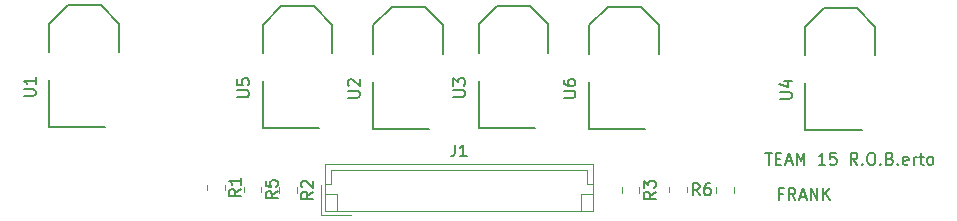
<source format=gbr>
%TF.GenerationSoftware,KiCad,Pcbnew,7.0.5*%
%TF.CreationDate,2023-07-20T19:52:18-07:00*%
%TF.ProjectId,tape sensor smd,74617065-2073-4656-9e73-6f7220736d64,rev?*%
%TF.SameCoordinates,Original*%
%TF.FileFunction,Legend,Top*%
%TF.FilePolarity,Positive*%
%FSLAX46Y46*%
G04 Gerber Fmt 4.6, Leading zero omitted, Abs format (unit mm)*
G04 Created by KiCad (PCBNEW 7.0.5) date 2023-07-20 19:52:18*
%MOMM*%
%LPD*%
G01*
G04 APERTURE LIST*
%ADD10C,0.150000*%
%ADD11C,0.120000*%
%ADD12C,0.127000*%
G04 APERTURE END LIST*
D10*
X210670112Y-113346009D02*
X210336779Y-113346009D01*
X210336779Y-113869819D02*
X210336779Y-112869819D01*
X210336779Y-112869819D02*
X210812969Y-112869819D01*
X211765350Y-113869819D02*
X211432017Y-113393628D01*
X211193922Y-113869819D02*
X211193922Y-112869819D01*
X211193922Y-112869819D02*
X211574874Y-112869819D01*
X211574874Y-112869819D02*
X211670112Y-112917438D01*
X211670112Y-112917438D02*
X211717731Y-112965057D01*
X211717731Y-112965057D02*
X211765350Y-113060295D01*
X211765350Y-113060295D02*
X211765350Y-113203152D01*
X211765350Y-113203152D02*
X211717731Y-113298390D01*
X211717731Y-113298390D02*
X211670112Y-113346009D01*
X211670112Y-113346009D02*
X211574874Y-113393628D01*
X211574874Y-113393628D02*
X211193922Y-113393628D01*
X212146303Y-113584104D02*
X212622493Y-113584104D01*
X212051065Y-113869819D02*
X212384398Y-112869819D01*
X212384398Y-112869819D02*
X212717731Y-113869819D01*
X213051065Y-113869819D02*
X213051065Y-112869819D01*
X213051065Y-112869819D02*
X213622493Y-113869819D01*
X213622493Y-113869819D02*
X213622493Y-112869819D01*
X214098684Y-113869819D02*
X214098684Y-112869819D01*
X214670112Y-113869819D02*
X214241541Y-113298390D01*
X214670112Y-112869819D02*
X214098684Y-113441247D01*
X209193922Y-109869819D02*
X209765350Y-109869819D01*
X209479636Y-110869819D02*
X209479636Y-109869819D01*
X210098684Y-110346009D02*
X210432017Y-110346009D01*
X210574874Y-110869819D02*
X210098684Y-110869819D01*
X210098684Y-110869819D02*
X210098684Y-109869819D01*
X210098684Y-109869819D02*
X210574874Y-109869819D01*
X210955827Y-110584104D02*
X211432017Y-110584104D01*
X210860589Y-110869819D02*
X211193922Y-109869819D01*
X211193922Y-109869819D02*
X211527255Y-110869819D01*
X211860589Y-110869819D02*
X211860589Y-109869819D01*
X211860589Y-109869819D02*
X212193922Y-110584104D01*
X212193922Y-110584104D02*
X212527255Y-109869819D01*
X212527255Y-109869819D02*
X212527255Y-110869819D01*
X214289160Y-110869819D02*
X213717732Y-110869819D01*
X214003446Y-110869819D02*
X214003446Y-109869819D01*
X214003446Y-109869819D02*
X213908208Y-110012676D01*
X213908208Y-110012676D02*
X213812970Y-110107914D01*
X213812970Y-110107914D02*
X213717732Y-110155533D01*
X215193922Y-109869819D02*
X214717732Y-109869819D01*
X214717732Y-109869819D02*
X214670113Y-110346009D01*
X214670113Y-110346009D02*
X214717732Y-110298390D01*
X214717732Y-110298390D02*
X214812970Y-110250771D01*
X214812970Y-110250771D02*
X215051065Y-110250771D01*
X215051065Y-110250771D02*
X215146303Y-110298390D01*
X215146303Y-110298390D02*
X215193922Y-110346009D01*
X215193922Y-110346009D02*
X215241541Y-110441247D01*
X215241541Y-110441247D02*
X215241541Y-110679342D01*
X215241541Y-110679342D02*
X215193922Y-110774580D01*
X215193922Y-110774580D02*
X215146303Y-110822200D01*
X215146303Y-110822200D02*
X215051065Y-110869819D01*
X215051065Y-110869819D02*
X214812970Y-110869819D01*
X214812970Y-110869819D02*
X214717732Y-110822200D01*
X214717732Y-110822200D02*
X214670113Y-110774580D01*
X217003446Y-110869819D02*
X216670113Y-110393628D01*
X216432018Y-110869819D02*
X216432018Y-109869819D01*
X216432018Y-109869819D02*
X216812970Y-109869819D01*
X216812970Y-109869819D02*
X216908208Y-109917438D01*
X216908208Y-109917438D02*
X216955827Y-109965057D01*
X216955827Y-109965057D02*
X217003446Y-110060295D01*
X217003446Y-110060295D02*
X217003446Y-110203152D01*
X217003446Y-110203152D02*
X216955827Y-110298390D01*
X216955827Y-110298390D02*
X216908208Y-110346009D01*
X216908208Y-110346009D02*
X216812970Y-110393628D01*
X216812970Y-110393628D02*
X216432018Y-110393628D01*
X217432018Y-110774580D02*
X217479637Y-110822200D01*
X217479637Y-110822200D02*
X217432018Y-110869819D01*
X217432018Y-110869819D02*
X217384399Y-110822200D01*
X217384399Y-110822200D02*
X217432018Y-110774580D01*
X217432018Y-110774580D02*
X217432018Y-110869819D01*
X218098684Y-109869819D02*
X218289160Y-109869819D01*
X218289160Y-109869819D02*
X218384398Y-109917438D01*
X218384398Y-109917438D02*
X218479636Y-110012676D01*
X218479636Y-110012676D02*
X218527255Y-110203152D01*
X218527255Y-110203152D02*
X218527255Y-110536485D01*
X218527255Y-110536485D02*
X218479636Y-110726961D01*
X218479636Y-110726961D02*
X218384398Y-110822200D01*
X218384398Y-110822200D02*
X218289160Y-110869819D01*
X218289160Y-110869819D02*
X218098684Y-110869819D01*
X218098684Y-110869819D02*
X218003446Y-110822200D01*
X218003446Y-110822200D02*
X217908208Y-110726961D01*
X217908208Y-110726961D02*
X217860589Y-110536485D01*
X217860589Y-110536485D02*
X217860589Y-110203152D01*
X217860589Y-110203152D02*
X217908208Y-110012676D01*
X217908208Y-110012676D02*
X218003446Y-109917438D01*
X218003446Y-109917438D02*
X218098684Y-109869819D01*
X218955827Y-110774580D02*
X219003446Y-110822200D01*
X219003446Y-110822200D02*
X218955827Y-110869819D01*
X218955827Y-110869819D02*
X218908208Y-110822200D01*
X218908208Y-110822200D02*
X218955827Y-110774580D01*
X218955827Y-110774580D02*
X218955827Y-110869819D01*
X219765350Y-110346009D02*
X219908207Y-110393628D01*
X219908207Y-110393628D02*
X219955826Y-110441247D01*
X219955826Y-110441247D02*
X220003445Y-110536485D01*
X220003445Y-110536485D02*
X220003445Y-110679342D01*
X220003445Y-110679342D02*
X219955826Y-110774580D01*
X219955826Y-110774580D02*
X219908207Y-110822200D01*
X219908207Y-110822200D02*
X219812969Y-110869819D01*
X219812969Y-110869819D02*
X219432017Y-110869819D01*
X219432017Y-110869819D02*
X219432017Y-109869819D01*
X219432017Y-109869819D02*
X219765350Y-109869819D01*
X219765350Y-109869819D02*
X219860588Y-109917438D01*
X219860588Y-109917438D02*
X219908207Y-109965057D01*
X219908207Y-109965057D02*
X219955826Y-110060295D01*
X219955826Y-110060295D02*
X219955826Y-110155533D01*
X219955826Y-110155533D02*
X219908207Y-110250771D01*
X219908207Y-110250771D02*
X219860588Y-110298390D01*
X219860588Y-110298390D02*
X219765350Y-110346009D01*
X219765350Y-110346009D02*
X219432017Y-110346009D01*
X220432017Y-110774580D02*
X220479636Y-110822200D01*
X220479636Y-110822200D02*
X220432017Y-110869819D01*
X220432017Y-110869819D02*
X220384398Y-110822200D01*
X220384398Y-110822200D02*
X220432017Y-110774580D01*
X220432017Y-110774580D02*
X220432017Y-110869819D01*
X221289159Y-110822200D02*
X221193921Y-110869819D01*
X221193921Y-110869819D02*
X221003445Y-110869819D01*
X221003445Y-110869819D02*
X220908207Y-110822200D01*
X220908207Y-110822200D02*
X220860588Y-110726961D01*
X220860588Y-110726961D02*
X220860588Y-110346009D01*
X220860588Y-110346009D02*
X220908207Y-110250771D01*
X220908207Y-110250771D02*
X221003445Y-110203152D01*
X221003445Y-110203152D02*
X221193921Y-110203152D01*
X221193921Y-110203152D02*
X221289159Y-110250771D01*
X221289159Y-110250771D02*
X221336778Y-110346009D01*
X221336778Y-110346009D02*
X221336778Y-110441247D01*
X221336778Y-110441247D02*
X220860588Y-110536485D01*
X221765350Y-110869819D02*
X221765350Y-110203152D01*
X221765350Y-110393628D02*
X221812969Y-110298390D01*
X221812969Y-110298390D02*
X221860588Y-110250771D01*
X221860588Y-110250771D02*
X221955826Y-110203152D01*
X221955826Y-110203152D02*
X222051064Y-110203152D01*
X222241541Y-110203152D02*
X222622493Y-110203152D01*
X222384398Y-109869819D02*
X222384398Y-110726961D01*
X222384398Y-110726961D02*
X222432017Y-110822200D01*
X222432017Y-110822200D02*
X222527255Y-110869819D01*
X222527255Y-110869819D02*
X222622493Y-110869819D01*
X223098684Y-110869819D02*
X223003446Y-110822200D01*
X223003446Y-110822200D02*
X222955827Y-110774580D01*
X222955827Y-110774580D02*
X222908208Y-110679342D01*
X222908208Y-110679342D02*
X222908208Y-110393628D01*
X222908208Y-110393628D02*
X222955827Y-110298390D01*
X222955827Y-110298390D02*
X223003446Y-110250771D01*
X223003446Y-110250771D02*
X223098684Y-110203152D01*
X223098684Y-110203152D02*
X223241541Y-110203152D01*
X223241541Y-110203152D02*
X223336779Y-110250771D01*
X223336779Y-110250771D02*
X223384398Y-110298390D01*
X223384398Y-110298390D02*
X223432017Y-110393628D01*
X223432017Y-110393628D02*
X223432017Y-110679342D01*
X223432017Y-110679342D02*
X223384398Y-110774580D01*
X223384398Y-110774580D02*
X223336779Y-110822200D01*
X223336779Y-110822200D02*
X223241541Y-110869819D01*
X223241541Y-110869819D02*
X223098684Y-110869819D01*
%TO.C,R6*%
X203643333Y-113454819D02*
X203310000Y-112978628D01*
X203071905Y-113454819D02*
X203071905Y-112454819D01*
X203071905Y-112454819D02*
X203452857Y-112454819D01*
X203452857Y-112454819D02*
X203548095Y-112502438D01*
X203548095Y-112502438D02*
X203595714Y-112550057D01*
X203595714Y-112550057D02*
X203643333Y-112645295D01*
X203643333Y-112645295D02*
X203643333Y-112788152D01*
X203643333Y-112788152D02*
X203595714Y-112883390D01*
X203595714Y-112883390D02*
X203548095Y-112931009D01*
X203548095Y-112931009D02*
X203452857Y-112978628D01*
X203452857Y-112978628D02*
X203071905Y-112978628D01*
X204500476Y-112454819D02*
X204310000Y-112454819D01*
X204310000Y-112454819D02*
X204214762Y-112502438D01*
X204214762Y-112502438D02*
X204167143Y-112550057D01*
X204167143Y-112550057D02*
X204071905Y-112692914D01*
X204071905Y-112692914D02*
X204024286Y-112883390D01*
X204024286Y-112883390D02*
X204024286Y-113264342D01*
X204024286Y-113264342D02*
X204071905Y-113359580D01*
X204071905Y-113359580D02*
X204119524Y-113407200D01*
X204119524Y-113407200D02*
X204214762Y-113454819D01*
X204214762Y-113454819D02*
X204405238Y-113454819D01*
X204405238Y-113454819D02*
X204500476Y-113407200D01*
X204500476Y-113407200D02*
X204548095Y-113359580D01*
X204548095Y-113359580D02*
X204595714Y-113264342D01*
X204595714Y-113264342D02*
X204595714Y-113026247D01*
X204595714Y-113026247D02*
X204548095Y-112931009D01*
X204548095Y-112931009D02*
X204500476Y-112883390D01*
X204500476Y-112883390D02*
X204405238Y-112835771D01*
X204405238Y-112835771D02*
X204214762Y-112835771D01*
X204214762Y-112835771D02*
X204119524Y-112883390D01*
X204119524Y-112883390D02*
X204071905Y-112931009D01*
X204071905Y-112931009D02*
X204024286Y-113026247D01*
%TO.C,R1*%
X164794819Y-112946666D02*
X164318628Y-113279999D01*
X164794819Y-113518094D02*
X163794819Y-113518094D01*
X163794819Y-113518094D02*
X163794819Y-113137142D01*
X163794819Y-113137142D02*
X163842438Y-113041904D01*
X163842438Y-113041904D02*
X163890057Y-112994285D01*
X163890057Y-112994285D02*
X163985295Y-112946666D01*
X163985295Y-112946666D02*
X164128152Y-112946666D01*
X164128152Y-112946666D02*
X164223390Y-112994285D01*
X164223390Y-112994285D02*
X164271009Y-113041904D01*
X164271009Y-113041904D02*
X164318628Y-113137142D01*
X164318628Y-113137142D02*
X164318628Y-113518094D01*
X164794819Y-111994285D02*
X164794819Y-112565713D01*
X164794819Y-112279999D02*
X163794819Y-112279999D01*
X163794819Y-112279999D02*
X163937676Y-112375237D01*
X163937676Y-112375237D02*
X164032914Y-112470475D01*
X164032914Y-112470475D02*
X164080533Y-112565713D01*
%TO.C,U5*%
X164487842Y-105148598D02*
X165300706Y-105148598D01*
X165300706Y-105148598D02*
X165396337Y-105100782D01*
X165396337Y-105100782D02*
X165444153Y-105052967D01*
X165444153Y-105052967D02*
X165491968Y-104957336D01*
X165491968Y-104957336D02*
X165491968Y-104766074D01*
X165491968Y-104766074D02*
X165444153Y-104670443D01*
X165444153Y-104670443D02*
X165396337Y-104622627D01*
X165396337Y-104622627D02*
X165300706Y-104574812D01*
X165300706Y-104574812D02*
X164487842Y-104574812D01*
X164487842Y-103618501D02*
X164487842Y-104096656D01*
X164487842Y-104096656D02*
X164965997Y-104144471D01*
X164965997Y-104144471D02*
X164918182Y-104096656D01*
X164918182Y-104096656D02*
X164870366Y-104001025D01*
X164870366Y-104001025D02*
X164870366Y-103761947D01*
X164870366Y-103761947D02*
X164918182Y-103666316D01*
X164918182Y-103666316D02*
X164965997Y-103618501D01*
X164965997Y-103618501D02*
X165061628Y-103570685D01*
X165061628Y-103570685D02*
X165300706Y-103570685D01*
X165300706Y-103570685D02*
X165396337Y-103618501D01*
X165396337Y-103618501D02*
X165444153Y-103666316D01*
X165444153Y-103666316D02*
X165491968Y-103761947D01*
X165491968Y-103761947D02*
X165491968Y-104001025D01*
X165491968Y-104001025D02*
X165444153Y-104096656D01*
X165444153Y-104096656D02*
X165396337Y-104144471D01*
%TO.C,R2*%
X170914819Y-113166666D02*
X170438628Y-113499999D01*
X170914819Y-113738094D02*
X169914819Y-113738094D01*
X169914819Y-113738094D02*
X169914819Y-113357142D01*
X169914819Y-113357142D02*
X169962438Y-113261904D01*
X169962438Y-113261904D02*
X170010057Y-113214285D01*
X170010057Y-113214285D02*
X170105295Y-113166666D01*
X170105295Y-113166666D02*
X170248152Y-113166666D01*
X170248152Y-113166666D02*
X170343390Y-113214285D01*
X170343390Y-113214285D02*
X170391009Y-113261904D01*
X170391009Y-113261904D02*
X170438628Y-113357142D01*
X170438628Y-113357142D02*
X170438628Y-113738094D01*
X170010057Y-112785713D02*
X169962438Y-112738094D01*
X169962438Y-112738094D02*
X169914819Y-112642856D01*
X169914819Y-112642856D02*
X169914819Y-112404761D01*
X169914819Y-112404761D02*
X169962438Y-112309523D01*
X169962438Y-112309523D02*
X170010057Y-112261904D01*
X170010057Y-112261904D02*
X170105295Y-112214285D01*
X170105295Y-112214285D02*
X170200533Y-112214285D01*
X170200533Y-112214285D02*
X170343390Y-112261904D01*
X170343390Y-112261904D02*
X170914819Y-112833332D01*
X170914819Y-112833332D02*
X170914819Y-112214285D01*
%TO.C,U2*%
X173847842Y-105198598D02*
X174660706Y-105198598D01*
X174660706Y-105198598D02*
X174756337Y-105150782D01*
X174756337Y-105150782D02*
X174804153Y-105102967D01*
X174804153Y-105102967D02*
X174851968Y-105007336D01*
X174851968Y-105007336D02*
X174851968Y-104816074D01*
X174851968Y-104816074D02*
X174804153Y-104720443D01*
X174804153Y-104720443D02*
X174756337Y-104672627D01*
X174756337Y-104672627D02*
X174660706Y-104624812D01*
X174660706Y-104624812D02*
X173847842Y-104624812D01*
X173943473Y-104194471D02*
X173895658Y-104146656D01*
X173895658Y-104146656D02*
X173847842Y-104051025D01*
X173847842Y-104051025D02*
X173847842Y-103811947D01*
X173847842Y-103811947D02*
X173895658Y-103716316D01*
X173895658Y-103716316D02*
X173943473Y-103668501D01*
X173943473Y-103668501D02*
X174039104Y-103620685D01*
X174039104Y-103620685D02*
X174134735Y-103620685D01*
X174134735Y-103620685D02*
X174278182Y-103668501D01*
X174278182Y-103668501D02*
X174851968Y-104242287D01*
X174851968Y-104242287D02*
X174851968Y-103620685D01*
%TO.C,U4*%
X210437842Y-105298598D02*
X211250706Y-105298598D01*
X211250706Y-105298598D02*
X211346337Y-105250782D01*
X211346337Y-105250782D02*
X211394153Y-105202967D01*
X211394153Y-105202967D02*
X211441968Y-105107336D01*
X211441968Y-105107336D02*
X211441968Y-104916074D01*
X211441968Y-104916074D02*
X211394153Y-104820443D01*
X211394153Y-104820443D02*
X211346337Y-104772627D01*
X211346337Y-104772627D02*
X211250706Y-104724812D01*
X211250706Y-104724812D02*
X210437842Y-104724812D01*
X210772551Y-103816316D02*
X211441968Y-103816316D01*
X210390027Y-104055394D02*
X211107259Y-104294471D01*
X211107259Y-104294471D02*
X211107259Y-103672870D01*
%TO.C,R3*%
X199914819Y-113166666D02*
X199438628Y-113499999D01*
X199914819Y-113738094D02*
X198914819Y-113738094D01*
X198914819Y-113738094D02*
X198914819Y-113357142D01*
X198914819Y-113357142D02*
X198962438Y-113261904D01*
X198962438Y-113261904D02*
X199010057Y-113214285D01*
X199010057Y-113214285D02*
X199105295Y-113166666D01*
X199105295Y-113166666D02*
X199248152Y-113166666D01*
X199248152Y-113166666D02*
X199343390Y-113214285D01*
X199343390Y-113214285D02*
X199391009Y-113261904D01*
X199391009Y-113261904D02*
X199438628Y-113357142D01*
X199438628Y-113357142D02*
X199438628Y-113738094D01*
X198914819Y-112833332D02*
X198914819Y-112214285D01*
X198914819Y-112214285D02*
X199295771Y-112547618D01*
X199295771Y-112547618D02*
X199295771Y-112404761D01*
X199295771Y-112404761D02*
X199343390Y-112309523D01*
X199343390Y-112309523D02*
X199391009Y-112261904D01*
X199391009Y-112261904D02*
X199486247Y-112214285D01*
X199486247Y-112214285D02*
X199724342Y-112214285D01*
X199724342Y-112214285D02*
X199819580Y-112261904D01*
X199819580Y-112261904D02*
X199867200Y-112309523D01*
X199867200Y-112309523D02*
X199914819Y-112404761D01*
X199914819Y-112404761D02*
X199914819Y-112690475D01*
X199914819Y-112690475D02*
X199867200Y-112785713D01*
X199867200Y-112785713D02*
X199819580Y-112833332D01*
%TO.C,R5*%
X167914819Y-113136666D02*
X167438628Y-113469999D01*
X167914819Y-113708094D02*
X166914819Y-113708094D01*
X166914819Y-113708094D02*
X166914819Y-113327142D01*
X166914819Y-113327142D02*
X166962438Y-113231904D01*
X166962438Y-113231904D02*
X167010057Y-113184285D01*
X167010057Y-113184285D02*
X167105295Y-113136666D01*
X167105295Y-113136666D02*
X167248152Y-113136666D01*
X167248152Y-113136666D02*
X167343390Y-113184285D01*
X167343390Y-113184285D02*
X167391009Y-113231904D01*
X167391009Y-113231904D02*
X167438628Y-113327142D01*
X167438628Y-113327142D02*
X167438628Y-113708094D01*
X166914819Y-112231904D02*
X166914819Y-112708094D01*
X166914819Y-112708094D02*
X167391009Y-112755713D01*
X167391009Y-112755713D02*
X167343390Y-112708094D01*
X167343390Y-112708094D02*
X167295771Y-112612856D01*
X167295771Y-112612856D02*
X167295771Y-112374761D01*
X167295771Y-112374761D02*
X167343390Y-112279523D01*
X167343390Y-112279523D02*
X167391009Y-112231904D01*
X167391009Y-112231904D02*
X167486247Y-112184285D01*
X167486247Y-112184285D02*
X167724342Y-112184285D01*
X167724342Y-112184285D02*
X167819580Y-112231904D01*
X167819580Y-112231904D02*
X167867200Y-112279523D01*
X167867200Y-112279523D02*
X167914819Y-112374761D01*
X167914819Y-112374761D02*
X167914819Y-112612856D01*
X167914819Y-112612856D02*
X167867200Y-112708094D01*
X167867200Y-112708094D02*
X167819580Y-112755713D01*
%TO.C,U1*%
X146417842Y-105058598D02*
X147230706Y-105058598D01*
X147230706Y-105058598D02*
X147326337Y-105010782D01*
X147326337Y-105010782D02*
X147374153Y-104962967D01*
X147374153Y-104962967D02*
X147421968Y-104867336D01*
X147421968Y-104867336D02*
X147421968Y-104676074D01*
X147421968Y-104676074D02*
X147374153Y-104580443D01*
X147374153Y-104580443D02*
X147326337Y-104532627D01*
X147326337Y-104532627D02*
X147230706Y-104484812D01*
X147230706Y-104484812D02*
X146417842Y-104484812D01*
X147421968Y-103480685D02*
X147421968Y-104054471D01*
X147421968Y-103767578D02*
X146417842Y-103767578D01*
X146417842Y-103767578D02*
X146561289Y-103863209D01*
X146561289Y-103863209D02*
X146656920Y-103958840D01*
X146656920Y-103958840D02*
X146704735Y-104054471D01*
%TO.C,U6*%
X192127842Y-105198598D02*
X192940706Y-105198598D01*
X192940706Y-105198598D02*
X193036337Y-105150782D01*
X193036337Y-105150782D02*
X193084153Y-105102967D01*
X193084153Y-105102967D02*
X193131968Y-105007336D01*
X193131968Y-105007336D02*
X193131968Y-104816074D01*
X193131968Y-104816074D02*
X193084153Y-104720443D01*
X193084153Y-104720443D02*
X193036337Y-104672627D01*
X193036337Y-104672627D02*
X192940706Y-104624812D01*
X192940706Y-104624812D02*
X192127842Y-104624812D01*
X192127842Y-103716316D02*
X192127842Y-103907578D01*
X192127842Y-103907578D02*
X192175658Y-104003209D01*
X192175658Y-104003209D02*
X192223473Y-104051025D01*
X192223473Y-104051025D02*
X192366920Y-104146656D01*
X192366920Y-104146656D02*
X192558182Y-104194471D01*
X192558182Y-104194471D02*
X192940706Y-104194471D01*
X192940706Y-104194471D02*
X193036337Y-104146656D01*
X193036337Y-104146656D02*
X193084153Y-104098840D01*
X193084153Y-104098840D02*
X193131968Y-104003209D01*
X193131968Y-104003209D02*
X193131968Y-103811947D01*
X193131968Y-103811947D02*
X193084153Y-103716316D01*
X193084153Y-103716316D02*
X193036337Y-103668501D01*
X193036337Y-103668501D02*
X192940706Y-103620685D01*
X192940706Y-103620685D02*
X192701628Y-103620685D01*
X192701628Y-103620685D02*
X192605997Y-103668501D01*
X192605997Y-103668501D02*
X192558182Y-103716316D01*
X192558182Y-103716316D02*
X192510366Y-103811947D01*
X192510366Y-103811947D02*
X192510366Y-104003209D01*
X192510366Y-104003209D02*
X192558182Y-104098840D01*
X192558182Y-104098840D02*
X192605997Y-104146656D01*
X192605997Y-104146656D02*
X192701628Y-104194471D01*
%TO.C,J1*%
X182936666Y-109174819D02*
X182936666Y-109889104D01*
X182936666Y-109889104D02*
X182889047Y-110031961D01*
X182889047Y-110031961D02*
X182793809Y-110127200D01*
X182793809Y-110127200D02*
X182650952Y-110174819D01*
X182650952Y-110174819D02*
X182555714Y-110174819D01*
X183936666Y-110174819D02*
X183365238Y-110174819D01*
X183650952Y-110174819D02*
X183650952Y-109174819D01*
X183650952Y-109174819D02*
X183555714Y-109317676D01*
X183555714Y-109317676D02*
X183460476Y-109412914D01*
X183460476Y-109412914D02*
X183365238Y-109460533D01*
%TO.C,U3*%
X182777842Y-105128598D02*
X183590706Y-105128598D01*
X183590706Y-105128598D02*
X183686337Y-105080782D01*
X183686337Y-105080782D02*
X183734153Y-105032967D01*
X183734153Y-105032967D02*
X183781968Y-104937336D01*
X183781968Y-104937336D02*
X183781968Y-104746074D01*
X183781968Y-104746074D02*
X183734153Y-104650443D01*
X183734153Y-104650443D02*
X183686337Y-104602627D01*
X183686337Y-104602627D02*
X183590706Y-104554812D01*
X183590706Y-104554812D02*
X182777842Y-104554812D01*
X182777842Y-104172287D02*
X182777842Y-103550685D01*
X182777842Y-103550685D02*
X183160366Y-103885394D01*
X183160366Y-103885394D02*
X183160366Y-103741947D01*
X183160366Y-103741947D02*
X183208182Y-103646316D01*
X183208182Y-103646316D02*
X183255997Y-103598501D01*
X183255997Y-103598501D02*
X183351628Y-103550685D01*
X183351628Y-103550685D02*
X183590706Y-103550685D01*
X183590706Y-103550685D02*
X183686337Y-103598501D01*
X183686337Y-103598501D02*
X183734153Y-103646316D01*
X183734153Y-103646316D02*
X183781968Y-103741947D01*
X183781968Y-103741947D02*
X183781968Y-104028840D01*
X183781968Y-104028840D02*
X183734153Y-104124471D01*
X183734153Y-104124471D02*
X183686337Y-104172287D01*
D11*
%TO.C,R6*%
X202545000Y-112752936D02*
X202545000Y-113207064D01*
X201075000Y-112752936D02*
X201075000Y-113207064D01*
%TO.C,R1*%
X163425000Y-112552936D02*
X163425000Y-113007064D01*
X161955000Y-112552936D02*
X161955000Y-113007064D01*
D12*
%TO.C,U5*%
X166660000Y-107770000D02*
X166660000Y-103790000D01*
X171410000Y-107770000D02*
X166660000Y-107770000D01*
X172560000Y-101450000D02*
X172560000Y-99020000D01*
X166660000Y-99020000D02*
X166660000Y-101450000D01*
X166660000Y-99020000D02*
X168210000Y-97470000D01*
X172560000Y-99020000D02*
X171010000Y-97470000D01*
X171010000Y-97470000D02*
X168210000Y-97470000D01*
D11*
%TO.C,R2*%
X169545000Y-112772936D02*
X169545000Y-113227064D01*
X168075000Y-112772936D02*
X168075000Y-113227064D01*
D12*
%TO.C,U2*%
X176020000Y-107820000D02*
X176020000Y-103840000D01*
X180770000Y-107820000D02*
X176020000Y-107820000D01*
X181920000Y-101500000D02*
X181920000Y-99070000D01*
X176020000Y-99070000D02*
X176020000Y-101500000D01*
X176020000Y-99070000D02*
X177570000Y-97520000D01*
X181920000Y-99070000D02*
X180370000Y-97520000D01*
X180370000Y-97520000D02*
X177570000Y-97520000D01*
%TO.C,U4*%
X212610000Y-107920000D02*
X212610000Y-103940000D01*
X217360000Y-107920000D02*
X212610000Y-107920000D01*
X218510000Y-101600000D02*
X218510000Y-99170000D01*
X212610000Y-99170000D02*
X212610000Y-101600000D01*
X212610000Y-99170000D02*
X214160000Y-97620000D01*
X218510000Y-99170000D02*
X216960000Y-97620000D01*
X216960000Y-97620000D02*
X214160000Y-97620000D01*
D11*
%TO.C,R3*%
X198545000Y-112772936D02*
X198545000Y-113227064D01*
X197075000Y-112772936D02*
X197075000Y-113227064D01*
%TO.C,R5*%
X166545000Y-112742936D02*
X166545000Y-113197064D01*
X165075000Y-112742936D02*
X165075000Y-113197064D01*
D12*
%TO.C,U1*%
X148590000Y-107680000D02*
X148590000Y-103700000D01*
X153340000Y-107680000D02*
X148590000Y-107680000D01*
X154490000Y-101360000D02*
X154490000Y-98930000D01*
X148590000Y-98930000D02*
X148590000Y-101360000D01*
X148590000Y-98930000D02*
X150140000Y-97380000D01*
X154490000Y-98930000D02*
X152940000Y-97380000D01*
X152940000Y-97380000D02*
X150140000Y-97380000D01*
D11*
%TO.C,R4*%
X206545000Y-112772936D02*
X206545000Y-113227064D01*
X205075000Y-112772936D02*
X205075000Y-113227064D01*
D12*
%TO.C,U6*%
X194300000Y-107820000D02*
X194300000Y-103840000D01*
X199050000Y-107820000D02*
X194300000Y-107820000D01*
X200200000Y-101500000D02*
X200200000Y-99070000D01*
X194300000Y-99070000D02*
X194300000Y-101500000D01*
X194300000Y-99070000D02*
X195850000Y-97520000D01*
X200200000Y-99070000D02*
X198650000Y-97520000D01*
X198650000Y-97520000D02*
X195850000Y-97520000D01*
D11*
%TO.C,J1*%
X171610000Y-112630000D02*
X171610000Y-115130000D01*
X171610000Y-115130000D02*
X174110000Y-115130000D01*
X171910000Y-110810000D02*
X171910000Y-114830000D01*
X171910000Y-112520000D02*
X172410000Y-112520000D01*
X171910000Y-113330000D02*
X172910000Y-113330000D01*
X171910000Y-114830000D02*
X194630000Y-114830000D01*
X172410000Y-111310000D02*
X194130000Y-111310000D01*
X172410000Y-112520000D02*
X172410000Y-111310000D01*
X172910000Y-113330000D02*
X172910000Y-114830000D01*
X193630000Y-113330000D02*
X193630000Y-114830000D01*
X194130000Y-111310000D02*
X194130000Y-112520000D01*
X194130000Y-112520000D02*
X194630000Y-112520000D01*
X194630000Y-110810000D02*
X171910000Y-110810000D01*
X194630000Y-113330000D02*
X193630000Y-113330000D01*
X194630000Y-114830000D02*
X194630000Y-110810000D01*
D12*
%TO.C,U3*%
X184950000Y-107750000D02*
X184950000Y-103770000D01*
X189700000Y-107750000D02*
X184950000Y-107750000D01*
X190850000Y-101430000D02*
X190850000Y-99000000D01*
X184950000Y-99000000D02*
X184950000Y-101430000D01*
X184950000Y-99000000D02*
X186500000Y-97450000D01*
X190850000Y-99000000D02*
X189300000Y-97450000D01*
X189300000Y-97450000D02*
X186500000Y-97450000D01*
%TD*%
M02*

</source>
